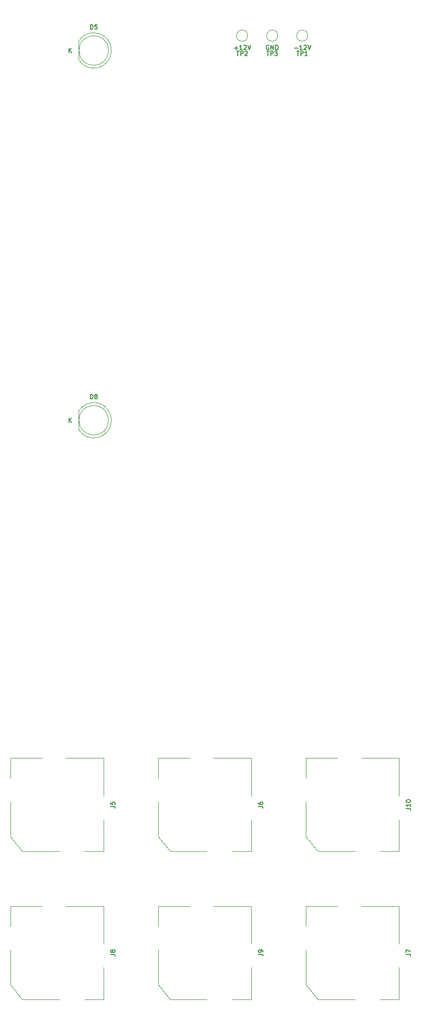
<source format=gto>
G04 #@! TF.GenerationSoftware,KiCad,Pcbnew,6.0.5-a6ca702e91~116~ubuntu20.04.1*
G04 #@! TF.CreationDate,2022-05-11T11:30:29-04:00*
G04 #@! TF.ProjectId,kdlfo,6b646c66-6f2e-46b6-9963-61645f706362,rev?*
G04 #@! TF.SameCoordinates,Original*
G04 #@! TF.FileFunction,Legend,Top*
G04 #@! TF.FilePolarity,Positive*
%FSLAX46Y46*%
G04 Gerber Fmt 4.6, Leading zero omitted, Abs format (unit mm)*
G04 Created by KiCad (PCBNEW 6.0.5-a6ca702e91~116~ubuntu20.04.1) date 2022-05-11 11:30:29*
%MOMM*%
%LPD*%
G01*
G04 APERTURE LIST*
%ADD10C,0.150000*%
%ADD11C,0.120000*%
G04 APERTURE END LIST*
D10*
G04 #@! TO.C,J8*
X84089285Y-190250000D02*
X84625000Y-190250000D01*
X84732142Y-190285714D01*
X84803571Y-190357142D01*
X84839285Y-190464285D01*
X84839285Y-190535714D01*
X84410714Y-189785714D02*
X84375000Y-189857142D01*
X84339285Y-189892857D01*
X84267857Y-189928571D01*
X84232142Y-189928571D01*
X84160714Y-189892857D01*
X84125000Y-189857142D01*
X84089285Y-189785714D01*
X84089285Y-189642857D01*
X84125000Y-189571428D01*
X84160714Y-189535714D01*
X84232142Y-189500000D01*
X84267857Y-189500000D01*
X84339285Y-189535714D01*
X84375000Y-189571428D01*
X84410714Y-189642857D01*
X84410714Y-189785714D01*
X84446428Y-189857142D01*
X84482142Y-189892857D01*
X84553571Y-189928571D01*
X84696428Y-189928571D01*
X84767857Y-189892857D01*
X84803571Y-189857142D01*
X84839285Y-189785714D01*
X84839285Y-189642857D01*
X84803571Y-189571428D01*
X84767857Y-189535714D01*
X84696428Y-189500000D01*
X84553571Y-189500000D01*
X84482142Y-189535714D01*
X84446428Y-189571428D01*
X84410714Y-189642857D01*
G04 #@! TO.C,D5*
X80691428Y-33879285D02*
X80691428Y-33129285D01*
X80870000Y-33129285D01*
X80977142Y-33165000D01*
X81048571Y-33236428D01*
X81084285Y-33307857D01*
X81120000Y-33450714D01*
X81120000Y-33557857D01*
X81084285Y-33700714D01*
X81048571Y-33772142D01*
X80977142Y-33843571D01*
X80870000Y-33879285D01*
X80691428Y-33879285D01*
X81798571Y-33129285D02*
X81441428Y-33129285D01*
X81405714Y-33486428D01*
X81441428Y-33450714D01*
X81512857Y-33415000D01*
X81691428Y-33415000D01*
X81762857Y-33450714D01*
X81798571Y-33486428D01*
X81834285Y-33557857D01*
X81834285Y-33736428D01*
X81798571Y-33807857D01*
X81762857Y-33843571D01*
X81691428Y-33879285D01*
X81512857Y-33879285D01*
X81441428Y-33843571D01*
X81405714Y-33807857D01*
X77078571Y-37839285D02*
X77078571Y-37089285D01*
X77507142Y-37839285D02*
X77185714Y-37410714D01*
X77507142Y-37089285D02*
X77078571Y-37517857D01*
G04 #@! TO.C,J7*
X134089285Y-190250000D02*
X134625000Y-190250000D01*
X134732142Y-190285714D01*
X134803571Y-190357142D01*
X134839285Y-190464285D01*
X134839285Y-190535714D01*
X134089285Y-189964285D02*
X134089285Y-189464285D01*
X134839285Y-189785714D01*
G04 #@! TO.C,D8*
X80691428Y-96379285D02*
X80691428Y-95629285D01*
X80870000Y-95629285D01*
X80977142Y-95665000D01*
X81048571Y-95736428D01*
X81084285Y-95807857D01*
X81120000Y-95950714D01*
X81120000Y-96057857D01*
X81084285Y-96200714D01*
X81048571Y-96272142D01*
X80977142Y-96343571D01*
X80870000Y-96379285D01*
X80691428Y-96379285D01*
X81548571Y-95950714D02*
X81477142Y-95915000D01*
X81441428Y-95879285D01*
X81405714Y-95807857D01*
X81405714Y-95772142D01*
X81441428Y-95700714D01*
X81477142Y-95665000D01*
X81548571Y-95629285D01*
X81691428Y-95629285D01*
X81762857Y-95665000D01*
X81798571Y-95700714D01*
X81834285Y-95772142D01*
X81834285Y-95807857D01*
X81798571Y-95879285D01*
X81762857Y-95915000D01*
X81691428Y-95950714D01*
X81548571Y-95950714D01*
X81477142Y-95986428D01*
X81441428Y-96022142D01*
X81405714Y-96093571D01*
X81405714Y-96236428D01*
X81441428Y-96307857D01*
X81477142Y-96343571D01*
X81548571Y-96379285D01*
X81691428Y-96379285D01*
X81762857Y-96343571D01*
X81798571Y-96307857D01*
X81834285Y-96236428D01*
X81834285Y-96093571D01*
X81798571Y-96022142D01*
X81762857Y-95986428D01*
X81691428Y-95950714D01*
X77078571Y-100339285D02*
X77078571Y-99589285D01*
X77507142Y-100339285D02*
X77185714Y-99910714D01*
X77507142Y-99589285D02*
X77078571Y-100017857D01*
G04 #@! TO.C,TP2*
X105403571Y-37627285D02*
X105832142Y-37627285D01*
X105617857Y-38377285D02*
X105617857Y-37627285D01*
X106082142Y-38377285D02*
X106082142Y-37627285D01*
X106367857Y-37627285D01*
X106439285Y-37663000D01*
X106475000Y-37698714D01*
X106510714Y-37770142D01*
X106510714Y-37877285D01*
X106475000Y-37948714D01*
X106439285Y-37984428D01*
X106367857Y-38020142D01*
X106082142Y-38020142D01*
X106796428Y-37698714D02*
X106832142Y-37663000D01*
X106903571Y-37627285D01*
X107082142Y-37627285D01*
X107153571Y-37663000D01*
X107189285Y-37698714D01*
X107225000Y-37770142D01*
X107225000Y-37841571D01*
X107189285Y-37948714D01*
X106760714Y-38377285D01*
X107225000Y-38377285D01*
X105028571Y-37075571D02*
X105600000Y-37075571D01*
X105314285Y-37361285D02*
X105314285Y-36789857D01*
X106350000Y-37361285D02*
X105921428Y-37361285D01*
X106135714Y-37361285D02*
X106135714Y-36611285D01*
X106064285Y-36718428D01*
X105992857Y-36789857D01*
X105921428Y-36825571D01*
X106635714Y-36682714D02*
X106671428Y-36647000D01*
X106742857Y-36611285D01*
X106921428Y-36611285D01*
X106992857Y-36647000D01*
X107028571Y-36682714D01*
X107064285Y-36754142D01*
X107064285Y-36825571D01*
X107028571Y-36932714D01*
X106600000Y-37361285D01*
X107064285Y-37361285D01*
X107278571Y-36611285D02*
X107528571Y-37361285D01*
X107778571Y-36611285D01*
G04 #@! TO.C,TP1*
X115563571Y-37627285D02*
X115992142Y-37627285D01*
X115777857Y-38377285D02*
X115777857Y-37627285D01*
X116242142Y-38377285D02*
X116242142Y-37627285D01*
X116527857Y-37627285D01*
X116599285Y-37663000D01*
X116635000Y-37698714D01*
X116670714Y-37770142D01*
X116670714Y-37877285D01*
X116635000Y-37948714D01*
X116599285Y-37984428D01*
X116527857Y-38020142D01*
X116242142Y-38020142D01*
X117385000Y-38377285D02*
X116956428Y-38377285D01*
X117170714Y-38377285D02*
X117170714Y-37627285D01*
X117099285Y-37734428D01*
X117027857Y-37805857D01*
X116956428Y-37841571D01*
X115188571Y-37075571D02*
X115760000Y-37075571D01*
X116510000Y-37361285D02*
X116081428Y-37361285D01*
X116295714Y-37361285D02*
X116295714Y-36611285D01*
X116224285Y-36718428D01*
X116152857Y-36789857D01*
X116081428Y-36825571D01*
X116795714Y-36682714D02*
X116831428Y-36647000D01*
X116902857Y-36611285D01*
X117081428Y-36611285D01*
X117152857Y-36647000D01*
X117188571Y-36682714D01*
X117224285Y-36754142D01*
X117224285Y-36825571D01*
X117188571Y-36932714D01*
X116760000Y-37361285D01*
X117224285Y-37361285D01*
X117438571Y-36611285D02*
X117688571Y-37361285D01*
X117938571Y-36611285D01*
G04 #@! TO.C,J6*
X109089285Y-165250000D02*
X109625000Y-165250000D01*
X109732142Y-165285714D01*
X109803571Y-165357142D01*
X109839285Y-165464285D01*
X109839285Y-165535714D01*
X109089285Y-164571428D02*
X109089285Y-164714285D01*
X109125000Y-164785714D01*
X109160714Y-164821428D01*
X109267857Y-164892857D01*
X109410714Y-164928571D01*
X109696428Y-164928571D01*
X109767857Y-164892857D01*
X109803571Y-164857142D01*
X109839285Y-164785714D01*
X109839285Y-164642857D01*
X109803571Y-164571428D01*
X109767857Y-164535714D01*
X109696428Y-164500000D01*
X109517857Y-164500000D01*
X109446428Y-164535714D01*
X109410714Y-164571428D01*
X109375000Y-164642857D01*
X109375000Y-164785714D01*
X109410714Y-164857142D01*
X109446428Y-164892857D01*
X109517857Y-164928571D01*
G04 #@! TO.C,J9*
X109089285Y-190250000D02*
X109625000Y-190250000D01*
X109732142Y-190285714D01*
X109803571Y-190357142D01*
X109839285Y-190464285D01*
X109839285Y-190535714D01*
X109839285Y-189857142D02*
X109839285Y-189714285D01*
X109803571Y-189642857D01*
X109767857Y-189607142D01*
X109660714Y-189535714D01*
X109517857Y-189500000D01*
X109232142Y-189500000D01*
X109160714Y-189535714D01*
X109125000Y-189571428D01*
X109089285Y-189642857D01*
X109089285Y-189785714D01*
X109125000Y-189857142D01*
X109160714Y-189892857D01*
X109232142Y-189928571D01*
X109410714Y-189928571D01*
X109482142Y-189892857D01*
X109517857Y-189857142D01*
X109553571Y-189785714D01*
X109553571Y-189642857D01*
X109517857Y-189571428D01*
X109482142Y-189535714D01*
X109410714Y-189500000D01*
G04 #@! TO.C,TP3*
X110483571Y-37627285D02*
X110912142Y-37627285D01*
X110697857Y-38377285D02*
X110697857Y-37627285D01*
X111162142Y-38377285D02*
X111162142Y-37627285D01*
X111447857Y-37627285D01*
X111519285Y-37663000D01*
X111555000Y-37698714D01*
X111590714Y-37770142D01*
X111590714Y-37877285D01*
X111555000Y-37948714D01*
X111519285Y-37984428D01*
X111447857Y-38020142D01*
X111162142Y-38020142D01*
X111840714Y-37627285D02*
X112305000Y-37627285D01*
X112055000Y-37913000D01*
X112162142Y-37913000D01*
X112233571Y-37948714D01*
X112269285Y-37984428D01*
X112305000Y-38055857D01*
X112305000Y-38234428D01*
X112269285Y-38305857D01*
X112233571Y-38341571D01*
X112162142Y-38377285D01*
X111947857Y-38377285D01*
X111876428Y-38341571D01*
X111840714Y-38305857D01*
X110858571Y-36647000D02*
X110787142Y-36611285D01*
X110680000Y-36611285D01*
X110572857Y-36647000D01*
X110501428Y-36718428D01*
X110465714Y-36789857D01*
X110430000Y-36932714D01*
X110430000Y-37039857D01*
X110465714Y-37182714D01*
X110501428Y-37254142D01*
X110572857Y-37325571D01*
X110680000Y-37361285D01*
X110751428Y-37361285D01*
X110858571Y-37325571D01*
X110894285Y-37289857D01*
X110894285Y-37039857D01*
X110751428Y-37039857D01*
X111215714Y-37361285D02*
X111215714Y-36611285D01*
X111644285Y-37361285D01*
X111644285Y-36611285D01*
X112001428Y-37361285D02*
X112001428Y-36611285D01*
X112180000Y-36611285D01*
X112287142Y-36647000D01*
X112358571Y-36718428D01*
X112394285Y-36789857D01*
X112430000Y-36932714D01*
X112430000Y-37039857D01*
X112394285Y-37182714D01*
X112358571Y-37254142D01*
X112287142Y-37325571D01*
X112180000Y-37361285D01*
X112001428Y-37361285D01*
G04 #@! TO.C,J10*
X134089285Y-165607142D02*
X134625000Y-165607142D01*
X134732142Y-165642857D01*
X134803571Y-165714285D01*
X134839285Y-165821428D01*
X134839285Y-165892857D01*
X134839285Y-164857142D02*
X134839285Y-165285714D01*
X134839285Y-165071428D02*
X134089285Y-165071428D01*
X134196428Y-165142857D01*
X134267857Y-165214285D01*
X134303571Y-165285714D01*
X134089285Y-164392857D02*
X134089285Y-164321428D01*
X134125000Y-164250000D01*
X134160714Y-164214285D01*
X134232142Y-164178571D01*
X134375000Y-164142857D01*
X134553571Y-164142857D01*
X134696428Y-164178571D01*
X134767857Y-164214285D01*
X134803571Y-164250000D01*
X134839285Y-164321428D01*
X134839285Y-164392857D01*
X134803571Y-164464285D01*
X134767857Y-164500000D01*
X134696428Y-164535714D01*
X134553571Y-164571428D01*
X134375000Y-164571428D01*
X134232142Y-164535714D01*
X134160714Y-164500000D01*
X134125000Y-164464285D01*
X134089285Y-164392857D01*
G04 #@! TO.C,J5*
X84089285Y-165250000D02*
X84625000Y-165250000D01*
X84732142Y-165285714D01*
X84803571Y-165357142D01*
X84839285Y-165464285D01*
X84839285Y-165535714D01*
X84089285Y-164535714D02*
X84089285Y-164892857D01*
X84446428Y-164928571D01*
X84410714Y-164892857D01*
X84375000Y-164821428D01*
X84375000Y-164642857D01*
X84410714Y-164571428D01*
X84446428Y-164535714D01*
X84517857Y-164500000D01*
X84696428Y-164500000D01*
X84767857Y-164535714D01*
X84803571Y-164571428D01*
X84839285Y-164642857D01*
X84839285Y-164821428D01*
X84803571Y-164892857D01*
X84767857Y-164928571D01*
D11*
G04 #@! TO.C,J8*
X82900000Y-197850000D02*
X79700000Y-197850000D01*
X67150000Y-182100000D02*
X72500000Y-182100000D01*
X82900000Y-192500000D02*
X82900000Y-197850000D01*
X69150000Y-197850000D02*
X67150000Y-195350000D01*
X75400000Y-197850000D02*
X69200000Y-197850000D01*
X76500000Y-182100000D02*
X82900000Y-182100000D01*
X67150000Y-185500000D02*
X67150000Y-182100000D01*
X82900000Y-182100000D02*
X82900000Y-188500000D01*
X67150000Y-195350000D02*
X67150000Y-189500000D01*
X69200000Y-197850000D02*
X69150000Y-197850000D01*
G04 #@! TO.C,D5*
X78685000Y-35955000D02*
X78685000Y-39045000D01*
X84235000Y-37500462D02*
G75*
G03*
X78685000Y-35955170I-2990000J462D01*
G01*
X78685000Y-39044830D02*
G75*
G03*
X84235000Y-37499538I2560000J1544830D01*
G01*
X83745000Y-37500000D02*
G75*
G03*
X83745000Y-37500000I-2500000J0D01*
G01*
G04 #@! TO.C,J7*
X119150000Y-197850000D02*
X117150000Y-195350000D01*
X117150000Y-195350000D02*
X117150000Y-189500000D01*
X132900000Y-197850000D02*
X129700000Y-197850000D01*
X132900000Y-192500000D02*
X132900000Y-197850000D01*
X132900000Y-182100000D02*
X132900000Y-188500000D01*
X125400000Y-197850000D02*
X119200000Y-197850000D01*
X117150000Y-182100000D02*
X122500000Y-182100000D01*
X126500000Y-182100000D02*
X132900000Y-182100000D01*
X119200000Y-197850000D02*
X119150000Y-197850000D01*
X117150000Y-185500000D02*
X117150000Y-182100000D01*
G04 #@! TO.C,D8*
X78685000Y-98455000D02*
X78685000Y-101545000D01*
X78685000Y-101544830D02*
G75*
G03*
X84235000Y-99999538I2560000J1544830D01*
G01*
X84235000Y-100000462D02*
G75*
G03*
X78685000Y-98455170I-2990000J462D01*
G01*
X83745000Y-100000000D02*
G75*
G03*
X83745000Y-100000000I-2500000J0D01*
G01*
G04 #@! TO.C,TP2*
X107300000Y-34990000D02*
G75*
G03*
X107300000Y-34990000I-950000J0D01*
G01*
G04 #@! TO.C,TP1*
X117460000Y-34990000D02*
G75*
G03*
X117460000Y-34990000I-950000J0D01*
G01*
G04 #@! TO.C,J6*
X92150000Y-160500000D02*
X92150000Y-157100000D01*
X92150000Y-170350000D02*
X92150000Y-164500000D01*
X107900000Y-157100000D02*
X107900000Y-163500000D01*
X100400000Y-172850000D02*
X94200000Y-172850000D01*
X92150000Y-157100000D02*
X97500000Y-157100000D01*
X107900000Y-167500000D02*
X107900000Y-172850000D01*
X101500000Y-157100000D02*
X107900000Y-157100000D01*
X94150000Y-172850000D02*
X92150000Y-170350000D01*
X107900000Y-172850000D02*
X104700000Y-172850000D01*
X94200000Y-172850000D02*
X94150000Y-172850000D01*
G04 #@! TO.C,J9*
X100400000Y-197850000D02*
X94200000Y-197850000D01*
X92150000Y-185500000D02*
X92150000Y-182100000D01*
X92150000Y-182100000D02*
X97500000Y-182100000D01*
X107900000Y-192500000D02*
X107900000Y-197850000D01*
X94200000Y-197850000D02*
X94150000Y-197850000D01*
X94150000Y-197850000D02*
X92150000Y-195350000D01*
X107900000Y-197850000D02*
X104700000Y-197850000D01*
X101500000Y-182100000D02*
X107900000Y-182100000D01*
X107900000Y-182100000D02*
X107900000Y-188500000D01*
X92150000Y-195350000D02*
X92150000Y-189500000D01*
G04 #@! TO.C,TP3*
X112380000Y-34990000D02*
G75*
G03*
X112380000Y-34990000I-950000J0D01*
G01*
G04 #@! TO.C,J10*
X119200000Y-172850000D02*
X119150000Y-172850000D01*
X117150000Y-160500000D02*
X117150000Y-157100000D01*
X132900000Y-172850000D02*
X129700000Y-172850000D01*
X132900000Y-157100000D02*
X132900000Y-163500000D01*
X117150000Y-157100000D02*
X122500000Y-157100000D01*
X132900000Y-167500000D02*
X132900000Y-172850000D01*
X117150000Y-170350000D02*
X117150000Y-164500000D01*
X119150000Y-172850000D02*
X117150000Y-170350000D01*
X126500000Y-157100000D02*
X132900000Y-157100000D01*
X125400000Y-172850000D02*
X119200000Y-172850000D01*
G04 #@! TO.C,J5*
X67150000Y-170350000D02*
X67150000Y-164500000D01*
X67150000Y-157100000D02*
X72500000Y-157100000D01*
X82900000Y-172850000D02*
X79700000Y-172850000D01*
X75400000Y-172850000D02*
X69200000Y-172850000D01*
X67150000Y-160500000D02*
X67150000Y-157100000D01*
X82900000Y-167500000D02*
X82900000Y-172850000D01*
X76500000Y-157100000D02*
X82900000Y-157100000D01*
X69150000Y-172850000D02*
X67150000Y-170350000D01*
X82900000Y-157100000D02*
X82900000Y-163500000D01*
X69200000Y-172850000D02*
X69150000Y-172850000D01*
G04 #@! TD*
M02*

</source>
